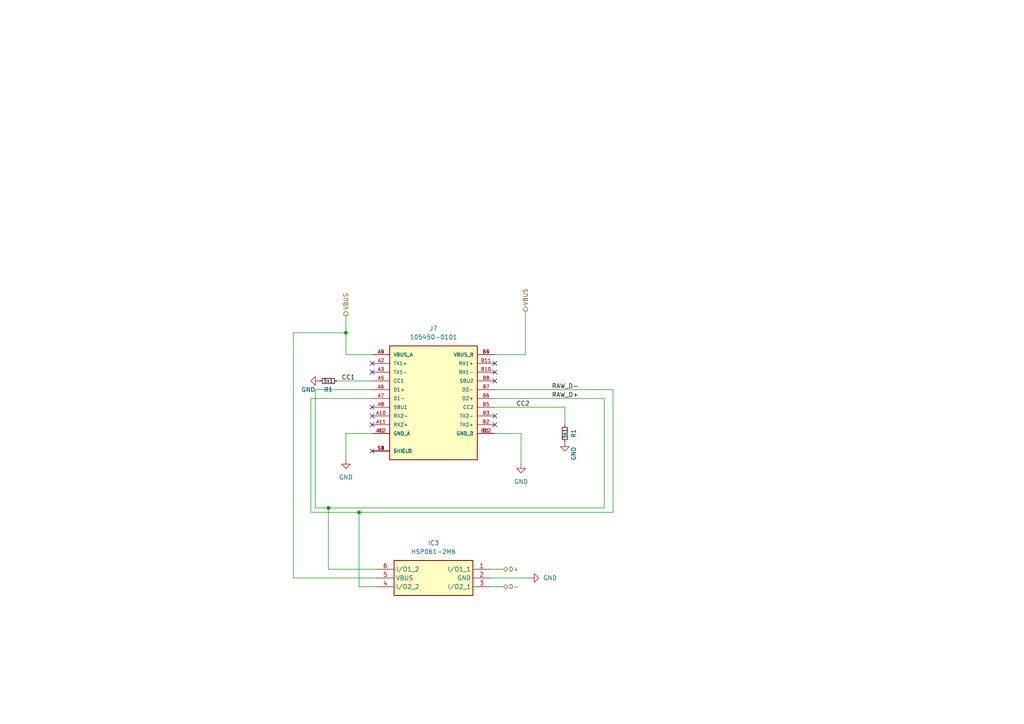
<source format=kicad_sch>
(kicad_sch (version 20230121) (generator eeschema)
  (paper "A4")
  (lib_symbols
    (symbol "Device:R_Small" (pin_numbers hide) (pin_names (offset 0.254) hide)
      (property "Reference" "R" (at 0.762 0.508 0))
      (property "Value" "R_Small" (at 0.762 -1.016 0))
      (symbol "R_Small_0_1"
        (rectangle (start -0.762 1.778) (end 0.762 -1.778) (stroke (width 0.2032)))
      )
      (symbol "R_Small_1_1"
        (pin passive line (at 0 2.54 270) (length 0.762) (name "~") (number "1"))
        (pin passive line (at 0 -2.54 90) (length 0.762) (name "~") (number "2"))
      )
    )
    (symbol "imports:12401832E402A" (pin_names (offset 1.016))
      (property "Reference" "J" (at -12.7 16.002 0))
      (property "Value" "12401832E402A" (at -12.7 -18.542 0))
      (symbol "12401832E402A_0_0"
        (rectangle (start -12.7 -17.78) (end 12.7 15.24) (stroke (width 0.254)) (fill (type background)))
        (pin power_in line (at -17.78 -10.16 0) (length 5.08) (name "GND_A") (number "A1"))
        (pin bidirectional line (at -17.78 -5.08 0) (length 5.08) (name "RX2-") (number "A10"))
        (pin bidirectional line (at -17.78 -7.62 0) (length 5.08) (name "RX2+") (number "A11"))
        (pin power_in line (at -17.78 -10.16 0) (length 5.08) (name "GND_A") (number "A12"))
        (pin bidirectional line (at -17.78 10.16 0) (length 5.08) (name "TX1+") (number "A2"))
        (pin bidirectional line (at -17.78 7.62 0) (length 5.08) (name "TX1-") (number "A3"))
        (pin power_in line (at -17.78 12.7 0) (length 5.08) (name "VBUS_A") (number "A4"))
        (pin bidirectional line (at -17.78 5.08 0) (length 5.08) (name "CC1") (number "A5"))
        (pin bidirectional line (at -17.78 2.54 0) (length 5.08) (name "D1+") (number "A6"))
        (pin bidirectional line (at -17.78 0 0) (length 5.08) (name "D1-") (number "A7"))
        (pin bidirectional line (at -17.78 -2.54 0) (length 5.08) (name "SBU1") (number "A8"))
        (pin power_in line (at -17.78 12.7 0) (length 5.08) (name "VBUS_A") (number "A9"))
        (pin power_in line (at 17.78 -10.16 180) (length 5.08) (name "GND_B") (number "B1"))
        (pin bidirectional line (at 17.78 7.62 180) (length 5.08) (name "RX1-") (number "B10"))
        (pin bidirectional line (at 17.78 10.16 180) (length 5.08) (name "RX1+") (number "B11"))
        (pin power_in line (at 17.78 -10.16 180) (length 5.08) (name "GND_B") (number "B12"))
        (pin bidirectional line (at 17.78 -7.62 180) (length 5.08) (name "TX2+") (number "B2"))
        (pin bidirectional line (at 17.78 -5.08 180) (length 5.08) (name "TX2-") (number "B3"))
        (pin power_in line (at 17.78 12.7 180) (length 5.08) (name "VBUS_B") (number "B4"))
        (pin bidirectional line (at 17.78 -2.54 180) (length 5.08) (name "CC2") (number "B5"))
        (pin bidirectional line (at 17.78 0 180) (length 5.08) (name "D2+") (number "B6"))
        (pin bidirectional line (at 17.78 2.54 180) (length 5.08) (name "D2-") (number "B7"))
        (pin bidirectional line (at 17.78 5.08 180) (length 5.08) (name "SBU2") (number "B8"))
        (pin power_in line (at 17.78 12.7 180) (length 5.08) (name "VBUS_B") (number "B9"))
        (pin passive line (at -17.78 -15.24 0) (length 5.08) (name "SHIELD") (number "S1"))
        (pin passive line (at -17.78 -15.24 0) (length 5.08) (name "SHIELD") (number "S2"))
        (pin passive line (at -17.78 -15.24 0) (length 5.08) (name "SHIELD") (number "S3"))
        (pin passive line (at -17.78 -15.24 0) (length 5.08) (name "SHIELD") (number "S4"))
      )
    )
    (symbol "imports:HSP061-2M6"
      (property "Reference" "IC" (at 29.21 7.62 0))
      (property "Value" "HSP061-2M6" (at 29.21 5.08 0))
      (symbol "HSP061-2M6_1_1"
        (rectangle (start 5.08 2.54) (end 27.94 -7.62) (stroke (width 0.254)) (fill (type background)))
        (pin passive line (at 0 0 0) (length 5.08) (name "I/O1_1") (number "1"))
        (pin passive line (at 0 -2.54 0) (length 5.08) (name "GND") (number "2"))
        (pin passive line (at 0 -5.08 0) (length 5.08) (name "I/O2_1") (number "3"))
        (pin passive line (at 33.02 -5.08 180) (length 5.08) (name "I/O2_2") (number "4"))
        (pin passive line (at 33.02 -2.54 180) (length 5.08) (name "VBUS") (number "5"))
        (pin passive line (at 33.02 0 180) (length 5.08) (name "I/O1_2") (number "6"))
      )
    )
    (symbol "power:GND" (power) (pin_names (offset 0))
      (property "Value" "GND" (at 0 -3.81 0))
      (symbol "GND_0_1"
        (polyline (pts (xy 0 0) (xy 0 -1.27) (xy 1.27 -1.27) (xy 0 -2.54) (xy -1.27 -1.27) (xy 0 -1.27)))
      )
      (symbol "GND_1_1"
        (pin power_in line (at 0 0 270) (length 0) hide (name "GND") (number "1"))
      )
    )
  )
  (junction (at 104.14 148.59))
  (junction (at 95.25 147.32))
  (junction (at 100.33 96.52))
  (no_connect (at 107.95 118.11))
  (no_connect (at 143.51 105.41))
  (no_connect (at 107.95 105.41))
  (no_connect (at 143.51 107.95))
  (no_connect (at 143.51 123.19))
  (no_connect (at 143.51 120.65))
  (no_connect (at 107.95 130.81))
  (no_connect (at 107.95 107.95))
  (no_connect (at 143.51 110.49))
  (no_connect (at 107.95 120.65))
  (no_connect (at 107.95 123.19))
  (wire (pts (xy 95.25 147.32) (xy 175.26 147.32)))
  (wire (pts (xy 91.44 113.03) (xy 91.44 147.32)))
  (wire (pts (xy 142.24 165.1) (xy 146.05 165.1)))
  (wire (pts (xy 85.09 167.64) (xy 109.22 167.64)))
  (wire (pts (xy 143.51 113.03) (xy 177.8 113.03)))
  (wire (pts (xy 175.26 147.32) (xy 175.26 115.57)))
  (wire (pts (xy 100.33 102.87) (xy 107.95 102.87)))
  (wire (pts (xy 90.17 148.59) (xy 90.17 115.57)))
  (wire (pts (xy 95.25 147.32) (xy 95.25 165.1)))
  (wire (pts (xy 85.09 167.64) (xy 85.09 96.52)))
  (wire (pts (xy 142.24 167.64) (xy 153.67 167.64)))
  (wire (pts (xy 91.44 147.32) (xy 95.25 147.32)))
  (wire (pts (xy 151.13 125.73) (xy 151.13 134.62)))
  (wire (pts (xy 177.8 113.03) (xy 177.8 148.59)))
  (wire (pts (xy 163.83 118.11) (xy 143.51 118.11)))
  (wire (pts (xy 100.33 96.52) (xy 100.33 102.87)))
  (wire (pts (xy 100.33 125.73) (xy 107.95 125.73)))
  (wire (pts (xy 100.33 91.44) (xy 100.33 96.52)))
  (wire (pts (xy 142.24 170.18) (xy 146.05 170.18)))
  (wire (pts (xy 104.14 170.18) (xy 109.22 170.18)))
  (wire (pts (xy 143.51 125.73) (xy 151.13 125.73)))
  (wire (pts (xy 143.51 102.87) (xy 152.4 102.87)))
  (wire (pts (xy 100.33 133.35) (xy 100.33 125.73)))
  (wire (pts (xy 90.17 148.59) (xy 104.14 148.59)))
  (wire (pts (xy 85.09 96.52) (xy 100.33 96.52)))
  (wire (pts (xy 91.44 113.03) (xy 107.95 113.03)))
  (wire (pts (xy 163.83 123.19) (xy 163.83 118.11)))
  (wire (pts (xy 152.4 90.17) (xy 152.4 102.87)))
  (wire (pts (xy 97.79 110.49) (xy 107.95 110.49)))
  (wire (pts (xy 90.17 115.57) (xy 107.95 115.57)))
  (wire (pts (xy 104.14 148.59) (xy 177.8 148.59)))
  (wire (pts (xy 143.51 115.57) (xy 175.26 115.57)))
  (wire (pts (xy 109.22 165.1) (xy 95.25 165.1)))
  (wire (pts (xy 104.14 148.59) (xy 104.14 170.18)))
  (label "CC1" (at 99.06 110.49 0))
  (label "RAW_D-" (at 160.02 113.03 0))
  (label "RAW_D+" (at 160.02 115.57 0))
  (label "CC2" (at 153.67 118.11 180))
  (hierarchical_label "D-" (shape bidirectional) (at 146.05 170.18 0))
  (hierarchical_label "VBUS" (shape output) (at 152.4 90.17 90))
  (hierarchical_label "D+" (shape bidirectional) (at 146.05 165.1 0))
  (hierarchical_label "VBUS" (shape output) (at 100.33 91.44 90))
  (symbol (lib_id "Device:R_Small") (at 95.25 110.49 270) (unit 1)
    (property "Reference" "R1" (at 95.25 113.03 90))
    (property "Value" "5k1" (at 95.25 110.49 90) (effects (font (size 1 1))))
    (property "Footprint" "Resistor_SMD:R_0402_1005Metric" (effects hide))
    (property "Datasheet" "https://www.mouser.com/datasheet/2/315/AOA0000C334-1314047.pdf" (effects hide))
    (property "JLCPCB Part #" "C1858768" (effects hide))
    (property "Manufacturer" "PANASONIC" (effects hide))
    (property "Manufacturer_Part_Number" "ERJ-U02F5101X " (effects hide))
    (property "Mouser Part Number" "667-ERJ-U02F5101X " (effects hide))
    (property "digikey part number" "10-ERJ-U02F5101XTR-ND" (effects hide))
    (property "package" "0402" (effects hide))
    (property "MPN" "ERJ-U02F5101X " (effects hide))
    (instances (project "system-board" (path "" (reference "R1") (unit 1)) (path "" (reference "R18") (unit 1))))
  )
  (symbol (lib_id "imports:HSP061-2M6") (at 142.24 165.1 0) (mirror y) (unit 1)
    (property "Reference" "IC3" (at 125.73 157.48 0))
    (property "Value" "HSP061-2M6" (at 125.73 160.02 0))
    (property "Footprint" "Imports:SON50P100X145X65-6N-D" (effects hide))
    (property "Datasheet" "http://www.st.com/web/en/resource/technical/document/datasheet/DM00047940.pdf" (effects hide))
    (property "Height" "0.65" (effects hide))
    (property "Mouser Part Number" "511-HSP061-2M6" (effects hide))
    (property "Mouser Price/Stock" "https://www.mouser.co.uk/ProductDetail/STMicroelectronics/HSP061-2M6?qs=RpYEFuZ7GTgN0TymofiC6Q%3D%3D" (effects hide))
    (property "Manufacturer_Name" "STMicroelectronics" (effects hide))
    (property "Manufacturer_Part_Number" "HSP061-2M6" (effects hide))
    (property "JLCPCB Part #" "C2844253" (effects hide))
    (property "MPN" "HSP061-2M6" (effects hide))
    (property "Manufacturer" "STMicroelectronics" (effects hide))
    (property "digikey part number" "497-12958-1-ND" (effects hide))
    (property "package" "6-uQFN (1.45x1)" (effects hide))
  )
  (symbol (lib_id "imports:12401832E402A") (at 125.73 115.57 0) (unit 1)
    (property "Reference" "J7" (at 125.73 95.25 0))
    (property "Value" "105450-0101" (at 125.73 97.79 0))
    (property "Footprint" "Imports:AMPHENOL_12401832E402A" (effects hide))
    (property "Datasheet" "https://cdn.amphenol-cs.com/media/wysiwyg/files/documentation/datasheet/inputoutput/io_usb_type_c.pdf" (effects hide))
    (property "JLCPCB Part #" "C464604" (effects hide))
    (property "Manufacturer" "Amphenol ICC" (effects hide))
    (property "Manufacturer_Part_Number" "12401832E402A" (effects hide))
    (property "Mouser Part Number" "523-12401832E402A " (effects hide))
    (property "digikey part number" "12401832E402ATR-ND" (effects hide))
    (property "package" "SMD" (effects hide))
    (property "MPN" "12401832E402A" (effects hide))
  )
  (symbol (lib_id "power:GND") (at 100.33 133.35 0) (unit 1)
    (property "Reference" "#PWR052" (effects hide))
    (property "Value" "GND" (at 100.33 138.43 0))
  )
  (symbol (lib_id "power:GND") (at 92.71 110.49 270) (unit 1)
    (property "Reference" "#PWR09" (effects hide))
    (property "Value" "GND" (at 91.44 113.03 90) (effects (justify right)))
    (instances (project "system-board" (path "" (reference "#PWR09") (unit 1)) (path "" (reference "#PWR050") (unit 1))))
  )
  (symbol (lib_id "power:GND") (at 151.13 134.62 0) (unit 1)
    (property "Reference" "#PWR053" (effects hide))
    (property "Value" "GND" (at 151.13 139.7 0))
  )
  (symbol (lib_id "power:GND") (at 153.67 167.64 90) (unit 1)
    (property "Reference" "#PWR054" (effects hide))
    (property "Value" "GND" (at 157.48 167.64 90) (effects (justify right)))
  )
  (symbol (lib_id "Device:R_Small") (at 163.83 125.73 0) (unit 1)
    (property "Reference" "R1" (at 166.37 125.73 90))
    (property "Value" "5k1" (at 163.83 125.73 90) (effects (font (size 1 1))))
    (property "Footprint" "Resistor_SMD:R_0402_1005Metric" (effects hide))
    (property "Datasheet" "https://www.mouser.com/datasheet/2/315/AOA0000C334-1314047.pdf" (effects hide))
    (property "JLCPCB Part #" "C1858768" (effects hide))
    (property "Manufacturer" "PANASONIC" (effects hide))
    (property "Manufacturer_Part_Number" "ERJ-U02F5101X " (effects hide))
    (property "Mouser Part Number" "667-ERJ-U02F5101X " (effects hide))
    (property "digikey part number" "10-ERJ-U02F5101XTR-ND" (effects hide))
    (property "package" "0402" (effects hide))
    (property "MPN" "ERJ-U02F5101X " (effects hide))
    (instances (project "system-board" (path "" (reference "R1") (unit 1)) (path "" (reference "R19") (unit 1))))
  )
  (symbol (lib_id "power:GND") (at 163.83 128.27 0) (unit 1)
    (property "Reference" "#PWR09" (effects hide))
    (property "Value" "GND" (at 166.37 129.54 90) (effects (justify right)))
    (instances (project "system-board" (path "" (reference "#PWR09") (unit 1)) (path "" (reference "#PWR051") (unit 1))))
  )
)
</source>
